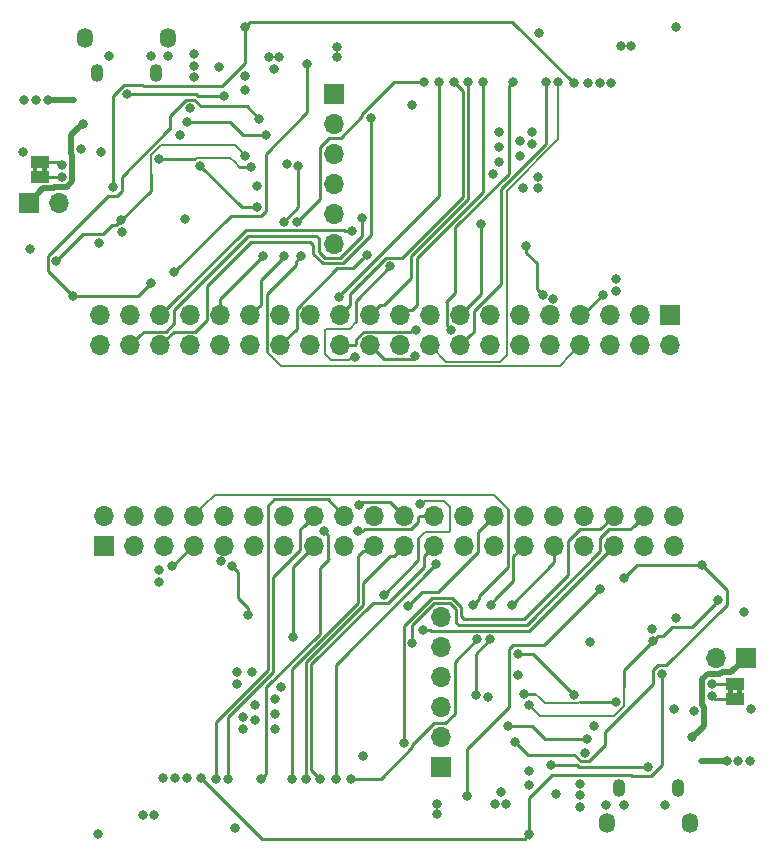
<source format=gbr>
G04 #@! TF.GenerationSoftware,KiCad,Pcbnew,5.0.1*
G04 #@! TF.CreationDate,2019-08-26T08:25:50-04:00*
G04 #@! TF.ProjectId,ESP32-Zip-Panelized,45535033322D5A69702D50616E656C69,rev?*
G04 #@! TF.SameCoordinates,Original*
G04 #@! TF.FileFunction,Copper,L4,Bot,Signal*
G04 #@! TF.FilePolarity,Positive*
%FSLAX46Y46*%
G04 Gerber Fmt 4.6, Leading zero omitted, Abs format (unit mm)*
G04 Created by KiCad (PCBNEW 5.0.1) date Mon 26 Aug 2019 08:25:50 AM EDT*
%MOMM*%
%LPD*%
G01*
G04 APERTURE LIST*
G04 #@! TA.AperFunction,ComponentPad*
%ADD10R,1.700000X1.700000*%
G04 #@! TD*
G04 #@! TA.AperFunction,ComponentPad*
%ADD11O,1.700000X1.700000*%
G04 #@! TD*
G04 #@! TA.AperFunction,ComponentPad*
%ADD12O,1.350000X1.700000*%
G04 #@! TD*
G04 #@! TA.AperFunction,ComponentPad*
%ADD13O,1.100000X1.500000*%
G04 #@! TD*
G04 #@! TA.AperFunction,SMDPad,CuDef*
%ADD14C,1.000000*%
G04 #@! TD*
G04 #@! TA.AperFunction,Conductor*
%ADD15C,0.100000*%
G04 #@! TD*
G04 #@! TA.AperFunction,SMDPad,CuDef*
%ADD16R,1.500000X1.000000*%
G04 #@! TD*
G04 #@! TA.AperFunction,ViaPad*
%ADD17C,0.800000*%
G04 #@! TD*
G04 #@! TA.AperFunction,Conductor*
%ADD18C,0.500000*%
G04 #@! TD*
G04 #@! TA.AperFunction,Conductor*
%ADD19C,0.250000*%
G04 #@! TD*
G04 #@! TA.AperFunction,Conductor*
%ADD20C,0.200000*%
G04 #@! TD*
G04 #@! TA.AperFunction,Conductor*
%ADD21C,0.150000*%
G04 #@! TD*
G04 APERTURE END LIST*
D10*
G04 #@! TO.P,J2,1*
G04 #@! TO.N,VDD*
X48500000Y-54850000D03*
D11*
G04 #@! TO.P,J2,2*
X48500000Y-52310000D03*
G04 #@! TO.P,J2,3*
G04 #@! TO.N,IO21*
X51040000Y-54850000D03*
G04 #@! TO.P,J2,4*
G04 #@! TO.N,VDD*
X51040000Y-52310000D03*
G04 #@! TO.P,J2,5*
G04 #@! TO.N,IO22*
X53580000Y-54850000D03*
G04 #@! TO.P,J2,6*
G04 #@! TO.N,GND*
X53580000Y-52310000D03*
G04 #@! TO.P,J2,7*
G04 #@! TO.N,IO23*
X56120000Y-54850000D03*
G04 #@! TO.P,J2,8*
G04 #@! TO.N,TxD*
X56120000Y-52310000D03*
G04 #@! TO.P,J2,9*
G04 #@! TO.N,GND*
X58660000Y-54850000D03*
G04 #@! TO.P,J2,10*
G04 #@! TO.N,RxD*
X58660000Y-52310000D03*
G04 #@! TO.P,J2,11*
G04 #@! TO.N,IO34*
X61200000Y-54850000D03*
G04 #@! TO.P,J2,12*
G04 #@! TO.N,EN*
X61200000Y-52310000D03*
G04 #@! TO.P,J2,13*
G04 #@! TO.N,IO35*
X63740000Y-54850000D03*
G04 #@! TO.P,J2,14*
G04 #@! TO.N,GND*
X63740000Y-52310000D03*
G04 #@! TO.P,J2,15*
G04 #@! TO.N,IO32*
X66280000Y-54850000D03*
G04 #@! TO.P,J2,16*
G04 #@! TO.N,SENSOR_VN*
X66280000Y-52310000D03*
G04 #@! TO.P,J2,17*
G04 #@! TO.N,VDD*
X68820000Y-54850000D03*
G04 #@! TO.P,J2,18*
G04 #@! TO.N,SENSOR_VP*
X68820000Y-52310000D03*
G04 #@! TO.P,J2,19*
G04 #@! TO.N,IO33*
X71360000Y-54850000D03*
G04 #@! TO.P,J2,20*
G04 #@! TO.N,GND*
X71360000Y-52310000D03*
G04 #@! TO.P,J2,21*
G04 #@! TO.N,IO25*
X73900000Y-54850000D03*
G04 #@! TO.P,J2,22*
G04 #@! TO.N,IO19*
X73900000Y-52310000D03*
G04 #@! TO.P,J2,23*
G04 #@! TO.N,IO26*
X76440000Y-54850000D03*
G04 #@! TO.P,J2,24*
G04 #@! TO.N,IO18*
X76440000Y-52310000D03*
G04 #@! TO.P,J2,25*
G04 #@! TO.N,GND*
X78980000Y-54850000D03*
G04 #@! TO.P,J2,26*
G04 #@! TO.N,IO5*
X78980000Y-52310000D03*
G04 #@! TO.P,J2,27*
G04 #@! TO.N,IO27*
X81520000Y-54850000D03*
G04 #@! TO.P,J2,28*
G04 #@! TO.N,IO17*
X81520000Y-52310000D03*
G04 #@! TO.P,J2,29*
G04 #@! TO.N,IO14*
X84060000Y-54850000D03*
G04 #@! TO.P,J2,30*
G04 #@! TO.N,GND*
X84060000Y-52310000D03*
G04 #@! TO.P,J2,31*
G04 #@! TO.N,IO12*
X86600000Y-54850000D03*
G04 #@! TO.P,J2,32*
G04 #@! TO.N,IO16*
X86600000Y-52310000D03*
G04 #@! TO.P,J2,33*
G04 #@! TO.N,IO4*
X89140000Y-54850000D03*
G04 #@! TO.P,J2,34*
G04 #@! TO.N,GND*
X89140000Y-52310000D03*
G04 #@! TO.P,J2,35*
G04 #@! TO.N,IO2*
X91680000Y-54850000D03*
G04 #@! TO.P,J2,36*
G04 #@! TO.N,IO13*
X91680000Y-52310000D03*
G04 #@! TO.P,J2,37*
G04 #@! TO.N,IO0*
X94220000Y-54850000D03*
G04 #@! TO.P,J2,38*
G04 #@! TO.N,IO15*
X94220000Y-52310000D03*
G04 #@! TO.P,J2,39*
G04 #@! TO.N,GND*
X96760000Y-54850000D03*
G04 #@! TO.P,J2,40*
G04 #@! TO.N,VDD*
X96760000Y-52310000D03*
G04 #@! TD*
D10*
G04 #@! TO.P,J4,1*
G04 #@! TO.N,VBus*
X102800000Y-64400000D03*
D11*
G04 #@! TO.P,J4,2*
G04 #@! TO.N,GND*
X100260000Y-64400000D03*
G04 #@! TD*
D10*
G04 #@! TO.P,J3,1*
G04 #@! TO.N,SD2*
X77000000Y-73600000D03*
D11*
G04 #@! TO.P,J3,2*
G04 #@! TO.N,SD3*
X77000000Y-71060000D03*
G04 #@! TO.P,J3,3*
G04 #@! TO.N,CMD*
X77000000Y-68520000D03*
G04 #@! TO.P,J3,4*
G04 #@! TO.N,SDCLK*
X77000000Y-65980000D03*
G04 #@! TO.P,J3,5*
G04 #@! TO.N,SD0*
X77000000Y-63440000D03*
G04 #@! TO.P,J3,6*
G04 #@! TO.N,SD1*
X77000000Y-60900000D03*
G04 #@! TD*
D12*
G04 #@! TO.P,J1,6*
G04 #@! TO.N,GND*
X98065000Y-78350000D03*
X91065000Y-78350000D03*
D13*
X97065000Y-75350000D03*
X92065000Y-75350000D03*
G04 #@! TD*
D14*
G04 #@! TO.P,JP3,1*
G04 #@! TO.N,Net-(JP3-Pad1)*
X101900000Y-67850000D03*
D15*
G04 #@! TD*
G04 #@! TO.N,Net-(JP3-Pad1)*
G04 #@! TO.C,JP3*
G36*
X101300000Y-67350000D02*
X101300000Y-66950000D01*
X101700000Y-66950000D01*
X101700000Y-67350000D01*
X102100000Y-67350000D01*
X102100000Y-66950000D01*
X102500000Y-66950000D01*
X102500000Y-67350000D01*
X102650000Y-67350000D01*
X102650000Y-68350000D01*
X101150000Y-68350000D01*
X101150000Y-67350000D01*
X101300000Y-67350000D01*
X101300000Y-67350000D01*
G37*
D16*
G04 #@! TO.P,JP3,2*
G04 #@! TO.N,Net-(D2-Pad2)*
X101900000Y-66550000D03*
G04 #@! TD*
D10*
G04 #@! TO.P,J4,1*
G04 #@! TO.N,VBus*
X42138544Y-25820410D03*
D11*
G04 #@! TO.P,J4,2*
G04 #@! TO.N,GND*
X44678544Y-25820410D03*
G04 #@! TD*
D10*
G04 #@! TO.P,J3,1*
G04 #@! TO.N,SD2*
X67938544Y-16620410D03*
D11*
G04 #@! TO.P,J3,2*
G04 #@! TO.N,SD3*
X67938544Y-19160410D03*
G04 #@! TO.P,J3,3*
G04 #@! TO.N,CMD*
X67938544Y-21700410D03*
G04 #@! TO.P,J3,4*
G04 #@! TO.N,SDCLK*
X67938544Y-24240410D03*
G04 #@! TO.P,J3,5*
G04 #@! TO.N,SD0*
X67938544Y-26780410D03*
G04 #@! TO.P,J3,6*
G04 #@! TO.N,SD1*
X67938544Y-29320410D03*
G04 #@! TD*
D12*
G04 #@! TO.P,J1,6*
G04 #@! TO.N,GND*
X46873544Y-11870410D03*
X53873544Y-11870410D03*
D13*
X47873544Y-14870410D03*
X52873544Y-14870410D03*
G04 #@! TD*
D10*
G04 #@! TO.P,J2,1*
G04 #@! TO.N,VDD*
X96438544Y-35370410D03*
D11*
G04 #@! TO.P,J2,2*
X96438544Y-37910410D03*
G04 #@! TO.P,J2,3*
G04 #@! TO.N,IO21*
X93898544Y-35370410D03*
G04 #@! TO.P,J2,4*
G04 #@! TO.N,VDD*
X93898544Y-37910410D03*
G04 #@! TO.P,J2,5*
G04 #@! TO.N,IO22*
X91358544Y-35370410D03*
G04 #@! TO.P,J2,6*
G04 #@! TO.N,GND*
X91358544Y-37910410D03*
G04 #@! TO.P,J2,7*
G04 #@! TO.N,IO23*
X88818544Y-35370410D03*
G04 #@! TO.P,J2,8*
G04 #@! TO.N,TxD*
X88818544Y-37910410D03*
G04 #@! TO.P,J2,9*
G04 #@! TO.N,GND*
X86278544Y-35370410D03*
G04 #@! TO.P,J2,10*
G04 #@! TO.N,RxD*
X86278544Y-37910410D03*
G04 #@! TO.P,J2,11*
G04 #@! TO.N,IO34*
X83738544Y-35370410D03*
G04 #@! TO.P,J2,12*
G04 #@! TO.N,EN*
X83738544Y-37910410D03*
G04 #@! TO.P,J2,13*
G04 #@! TO.N,IO35*
X81198544Y-35370410D03*
G04 #@! TO.P,J2,14*
G04 #@! TO.N,GND*
X81198544Y-37910410D03*
G04 #@! TO.P,J2,15*
G04 #@! TO.N,IO32*
X78658544Y-35370410D03*
G04 #@! TO.P,J2,16*
G04 #@! TO.N,SENSOR_VN*
X78658544Y-37910410D03*
G04 #@! TO.P,J2,17*
G04 #@! TO.N,VDD*
X76118544Y-35370410D03*
G04 #@! TO.P,J2,18*
G04 #@! TO.N,SENSOR_VP*
X76118544Y-37910410D03*
G04 #@! TO.P,J2,19*
G04 #@! TO.N,IO33*
X73578544Y-35370410D03*
G04 #@! TO.P,J2,20*
G04 #@! TO.N,GND*
X73578544Y-37910410D03*
G04 #@! TO.P,J2,21*
G04 #@! TO.N,IO25*
X71038544Y-35370410D03*
G04 #@! TO.P,J2,22*
G04 #@! TO.N,IO19*
X71038544Y-37910410D03*
G04 #@! TO.P,J2,23*
G04 #@! TO.N,IO26*
X68498544Y-35370410D03*
G04 #@! TO.P,J2,24*
G04 #@! TO.N,IO18*
X68498544Y-37910410D03*
G04 #@! TO.P,J2,25*
G04 #@! TO.N,GND*
X65958544Y-35370410D03*
G04 #@! TO.P,J2,26*
G04 #@! TO.N,IO5*
X65958544Y-37910410D03*
G04 #@! TO.P,J2,27*
G04 #@! TO.N,IO27*
X63418544Y-35370410D03*
G04 #@! TO.P,J2,28*
G04 #@! TO.N,IO17*
X63418544Y-37910410D03*
G04 #@! TO.P,J2,29*
G04 #@! TO.N,IO14*
X60878544Y-35370410D03*
G04 #@! TO.P,J2,30*
G04 #@! TO.N,GND*
X60878544Y-37910410D03*
G04 #@! TO.P,J2,31*
G04 #@! TO.N,IO12*
X58338544Y-35370410D03*
G04 #@! TO.P,J2,32*
G04 #@! TO.N,IO16*
X58338544Y-37910410D03*
G04 #@! TO.P,J2,33*
G04 #@! TO.N,IO4*
X55798544Y-35370410D03*
G04 #@! TO.P,J2,34*
G04 #@! TO.N,GND*
X55798544Y-37910410D03*
G04 #@! TO.P,J2,35*
G04 #@! TO.N,IO2*
X53258544Y-35370410D03*
G04 #@! TO.P,J2,36*
G04 #@! TO.N,IO13*
X53258544Y-37910410D03*
G04 #@! TO.P,J2,37*
G04 #@! TO.N,IO0*
X50718544Y-35370410D03*
G04 #@! TO.P,J2,38*
G04 #@! TO.N,IO15*
X50718544Y-37910410D03*
G04 #@! TO.P,J2,39*
G04 #@! TO.N,GND*
X48178544Y-35370410D03*
G04 #@! TO.P,J2,40*
G04 #@! TO.N,VDD*
X48178544Y-37910410D03*
G04 #@! TD*
D14*
G04 #@! TO.P,JP3,1*
G04 #@! TO.N,Net-(JP3-Pad1)*
X43038544Y-22370410D03*
D15*
G04 #@! TD*
G04 #@! TO.N,Net-(JP3-Pad1)*
G04 #@! TO.C,JP3*
G36*
X43638544Y-22870410D02*
X43638544Y-23270410D01*
X43238544Y-23270410D01*
X43238544Y-22870410D01*
X42838544Y-22870410D01*
X42838544Y-23270410D01*
X42438544Y-23270410D01*
X42438544Y-22870410D01*
X42288544Y-22870410D01*
X42288544Y-21870410D01*
X43788544Y-21870410D01*
X43788544Y-22870410D01*
X43638544Y-22870410D01*
X43638544Y-22870410D01*
G37*
D16*
G04 #@! TO.P,JP3,2*
G04 #@! TO.N,Net-(D2-Pad2)*
X43038544Y-23670410D03*
G04 #@! TD*
D17*
G04 #@! TO.N,VDD*
X82100000Y-75700000D03*
X86750000Y-75850000D03*
X89200000Y-72400000D03*
X89600000Y-63000000D03*
X94900000Y-61900000D03*
X101200000Y-73100000D03*
X96750000Y-68700000D03*
X102200000Y-73100000D03*
X103200000Y-73100000D03*
X48000000Y-79300000D03*
X54500000Y-74500000D03*
X103300000Y-68700000D03*
X96900000Y-60975000D03*
X83500000Y-65800000D03*
X55500000Y-74500000D03*
X53500000Y-74500000D03*
X62838544Y-14520410D03*
X58188544Y-14370410D03*
X55738544Y-17820410D03*
X55338544Y-27220410D03*
X50038544Y-28320410D03*
X43738544Y-17120410D03*
X48188544Y-21520410D03*
X42738544Y-17120410D03*
X41738544Y-17120410D03*
X96938544Y-10920410D03*
X90438544Y-15720410D03*
X41638544Y-21520410D03*
X48038544Y-29245410D03*
X61438544Y-24420410D03*
X89438544Y-15720410D03*
X91438544Y-15720410D03*
G04 #@! TO.N,Net-(R1-Pad2)*
X82700000Y-70100000D03*
X89400000Y-71200000D03*
X62238544Y-20120410D03*
X55538544Y-19020410D03*
G04 #@! TO.N,VBus*
X88800000Y-75000000D03*
X88800000Y-76000000D03*
X88800000Y-77000000D03*
X98250000Y-71100000D03*
X92500000Y-76850000D03*
X56138544Y-15220410D03*
X56138544Y-14220410D03*
X56138544Y-13220410D03*
X46688544Y-19120410D03*
X52438544Y-13370410D03*
G04 #@! TO.N,GND*
X63500000Y-66850000D03*
X61000000Y-65600000D03*
X59750000Y-65600000D03*
X59750000Y-66600000D03*
X63000000Y-67850000D03*
X63000000Y-69100000D03*
X63000000Y-70350000D03*
X61250000Y-69600000D03*
X61250000Y-68350000D03*
X60250000Y-69350000D03*
X60250000Y-70350000D03*
X58400000Y-56200000D03*
X102700000Y-60500000D03*
X84500000Y-73900000D03*
X84500000Y-75100000D03*
X70400000Y-72700000D03*
X81000000Y-67700000D03*
X53100000Y-56900000D03*
X53100000Y-57900000D03*
X76700000Y-77600000D03*
X76700000Y-76700000D03*
X81600000Y-76700000D03*
X82500000Y-76700000D03*
X59600000Y-78800000D03*
X51800000Y-77700000D03*
X52700000Y-77700000D03*
X90000000Y-70100000D03*
X96000000Y-76850000D03*
X91000000Y-76850000D03*
X98400000Y-68900000D03*
X81438544Y-23370410D03*
X83938544Y-24620410D03*
X85188544Y-24620410D03*
X85188544Y-23620410D03*
X81938544Y-22370410D03*
X81938544Y-21120410D03*
X81938544Y-19870410D03*
X83688544Y-20620410D03*
X83688544Y-21870410D03*
X84688544Y-20870410D03*
X84688544Y-19870410D03*
X86538544Y-34020410D03*
X42238544Y-29720410D03*
X60438544Y-16320410D03*
X60438544Y-15120410D03*
X74538544Y-17520410D03*
X63938544Y-22520410D03*
X91838544Y-33320410D03*
X91838544Y-32320410D03*
X68238544Y-12620410D03*
X68238544Y-13520410D03*
X63338544Y-13520410D03*
X62438544Y-13520410D03*
X85338544Y-11420410D03*
X93138544Y-12520410D03*
X92238544Y-12520410D03*
X54938544Y-20120410D03*
X48938544Y-13370410D03*
X53938544Y-13370410D03*
X46538544Y-21320410D03*
G04 #@! TO.N,DTR*
X83300000Y-71500000D03*
X99100000Y-56500000D03*
X92500000Y-57600000D03*
X61638544Y-18720410D03*
X45838544Y-33720410D03*
X52438544Y-32620410D03*
G04 #@! TO.N,RTS*
X100500000Y-59500000D03*
X84500000Y-68350000D03*
X95000000Y-62900000D03*
X44438544Y-30720410D03*
X60438544Y-21870410D03*
X49938544Y-27320410D03*
G04 #@! TO.N,EN*
X56700000Y-74500000D03*
X75200000Y-51350000D03*
X84500000Y-79300000D03*
X95700000Y-65700000D03*
X72200020Y-59000020D03*
X88238544Y-15720410D03*
X69738544Y-38870410D03*
X60438544Y-10920410D03*
X49238544Y-24520410D03*
X72738524Y-31220390D03*
G04 #@! TO.N,IO0*
X90500000Y-58500000D03*
X79250000Y-76100000D03*
X54438544Y-31720410D03*
X65688544Y-14120410D03*
G04 #@! TO.N,USB_DP*
X86300000Y-73400000D03*
X94500000Y-73600000D03*
X58638544Y-16820410D03*
X50438544Y-16620410D03*
G04 #@! TO.N,RXT*
X83500000Y-64000000D03*
X88300000Y-67500000D03*
X61438544Y-26220410D03*
X56638544Y-22720410D03*
G04 #@! TO.N,RxD*
X60700000Y-60700000D03*
X59330000Y-56600000D03*
X84238544Y-29520410D03*
X85608544Y-33620410D03*
G04 #@! TO.N,TxD*
X79750000Y-59850000D03*
X65188544Y-30370410D03*
G04 #@! TO.N,IO23*
X54250000Y-56600000D03*
X90688544Y-33620410D03*
G04 #@! TO.N,IO35*
X61800000Y-74600000D03*
X67100000Y-53600000D03*
X83138544Y-15620410D03*
X77838544Y-36620410D03*
G04 #@! TO.N,IO32*
X64500000Y-62600000D03*
X80438544Y-27620410D03*
G04 #@! TO.N,SENSOR_VN*
X59000000Y-74600000D03*
X85938544Y-15620410D03*
G04 #@! TO.N,SENSOR_VP*
X58000000Y-74600000D03*
X86938544Y-15620410D03*
G04 #@! TO.N,IO33*
X64400000Y-74600000D03*
X80538544Y-15620410D03*
G04 #@! TO.N,IO25*
X65600000Y-74600000D03*
X79338544Y-15620410D03*
G04 #@! TO.N,IO19*
X70100000Y-51400000D03*
X74838544Y-38800000D03*
G04 #@! TO.N,IO26*
X66800000Y-74600000D03*
X78138544Y-15620410D03*
G04 #@! TO.N,IO18*
X70000000Y-53600000D03*
X74938544Y-36620410D03*
G04 #@! TO.N,IO27*
X68100000Y-74600000D03*
X76600000Y-56400000D03*
X76838544Y-15620410D03*
X68338544Y-33820410D03*
G04 #@! TO.N,IO17*
X74200000Y-60000000D03*
X70738544Y-30220410D03*
G04 #@! TO.N,IO14*
X80100000Y-62800000D03*
X81250000Y-59850000D03*
X69400000Y-74600000D03*
X64838544Y-27420410D03*
X63688544Y-30370410D03*
X75538544Y-15620410D03*
G04 #@! TO.N,IO12*
X81200000Y-62800000D03*
X83000000Y-59850000D03*
X80000000Y-67500000D03*
X63738544Y-27420410D03*
X61938544Y-30370410D03*
X64938544Y-22720410D03*
G04 #@! TO.N,IO2*
X75500000Y-62000000D03*
X69438544Y-28220410D03*
G04 #@! TO.N,IO13*
X73874999Y-71574999D03*
X71063545Y-18645411D03*
G04 #@! TO.N,IO15*
X74600000Y-63100000D03*
X70338544Y-27120410D03*
G04 #@! TO.N,Net-(JP3-Pad1)*
X100000000Y-67600000D03*
X44938544Y-22620410D03*
G04 #@! TO.N,Net-(R3-Pad1)*
X91800000Y-68100000D03*
X84000000Y-67400000D03*
X53138544Y-22120410D03*
X60938544Y-22820410D03*
G04 #@! TO.N,Net-(D2-Pad2)*
X100000000Y-66600000D03*
X44938544Y-23620410D03*
G04 #@! TD*
D18*
G04 #@! TO.N,VDD*
X98991998Y-73100000D02*
X100634315Y-73100000D01*
X100634315Y-73100000D02*
X101200000Y-73100000D01*
X45946546Y-17120410D02*
X44304229Y-17120410D01*
X44304229Y-17120410D02*
X43738544Y-17120410D01*
D19*
G04 #@! TO.N,Net-(R1-Pad2)*
X85800000Y-71200000D02*
X89400000Y-71200000D01*
X84700000Y-70100000D02*
X82700000Y-70100000D01*
X85800000Y-71200000D02*
X84700000Y-70100000D01*
X59138544Y-19020410D02*
X55538544Y-19020410D01*
X60238544Y-20120410D02*
X62238544Y-20120410D01*
X59138544Y-19020410D02*
X60238544Y-20120410D01*
D18*
G04 #@! TO.N,VBus*
X99250001Y-68491999D02*
X99250001Y-70099999D01*
X99250001Y-70099999D02*
X98649999Y-70700001D01*
X100639999Y-65749999D02*
X99591999Y-65749999D01*
X99149999Y-66191999D02*
X99149999Y-68391997D01*
X100789999Y-65599999D02*
X100639999Y-65749999D01*
X98649999Y-70700001D02*
X98250000Y-71100000D01*
X101600001Y-65599999D02*
X100789999Y-65599999D01*
X99149999Y-68391997D02*
X99250001Y-68491999D01*
X99591999Y-65749999D02*
X99149999Y-66191999D01*
X102800000Y-64400000D02*
X101600001Y-65599999D01*
X45688543Y-21728411D02*
X45688543Y-20120411D01*
X45688543Y-20120411D02*
X46288545Y-19520409D01*
X44298545Y-24470411D02*
X45346545Y-24470411D01*
X45788545Y-24028411D02*
X45788545Y-21828413D01*
X44148545Y-24620411D02*
X44298545Y-24470411D01*
X46288545Y-19520409D02*
X46688544Y-19120410D01*
X43338543Y-24620411D02*
X44148545Y-24620411D01*
X45788545Y-21828413D02*
X45688543Y-21728411D01*
X45346545Y-24470411D02*
X45788545Y-24028411D01*
X42138544Y-25820410D02*
X43338543Y-24620411D01*
D19*
G04 #@! TO.N,DTR*
X84350009Y-72550009D02*
X83300000Y-71500000D01*
X88277007Y-72550009D02*
X84350009Y-72550009D01*
X88851999Y-73125001D02*
X88277007Y-72550009D01*
X89548001Y-73125001D02*
X88851999Y-73125001D01*
X90901702Y-71771300D02*
X89548001Y-73125001D01*
X90901702Y-70599999D02*
X90901702Y-71771300D01*
X90937057Y-70599999D02*
X94974999Y-66562057D01*
X90901702Y-70599999D02*
X90937057Y-70599999D01*
X93600000Y-56500000D02*
X99100000Y-56500000D01*
X92500000Y-57600000D02*
X93600000Y-56500000D01*
X94974999Y-65351999D02*
X94974999Y-66562057D01*
X95351999Y-64974999D02*
X94974999Y-65351999D01*
X96098003Y-64974999D02*
X95351999Y-64974999D01*
X101225001Y-59848001D02*
X96098003Y-64974999D01*
X101225001Y-58625001D02*
X101225001Y-59848001D01*
X99100000Y-56500000D02*
X101225001Y-58625001D01*
X60588535Y-17670401D02*
X61638544Y-18720410D01*
X56661537Y-17670401D02*
X60588535Y-17670401D01*
X56086545Y-17095409D02*
X56661537Y-17670401D01*
X55390543Y-17095409D02*
X56086545Y-17095409D01*
X54036842Y-18449110D02*
X55390543Y-17095409D01*
X54036842Y-19620411D02*
X54036842Y-18449110D01*
X54001487Y-19620411D02*
X49963545Y-23658353D01*
X54036842Y-19620411D02*
X54001487Y-19620411D01*
X51338544Y-33720410D02*
X45838544Y-33720410D01*
X52438544Y-32620410D02*
X51338544Y-33720410D01*
X49963545Y-24868411D02*
X49963545Y-23658353D01*
X49586545Y-25245411D02*
X49963545Y-24868411D01*
X48840541Y-25245411D02*
X49586545Y-25245411D01*
X43713543Y-30372409D02*
X48840541Y-25245411D01*
X43713543Y-31595409D02*
X43713543Y-30372409D01*
X45838544Y-33720410D02*
X43713543Y-31595409D01*
D20*
G04 #@! TO.N,RTS*
X92500001Y-68436001D02*
X92500001Y-66800001D01*
X91636002Y-69300000D02*
X92500001Y-68436001D01*
X85400000Y-69300000D02*
X91636002Y-69300000D01*
X84600000Y-68500000D02*
X85400000Y-69300000D01*
D19*
X92500001Y-65399999D02*
X95000000Y-62900000D01*
X92500001Y-66800001D02*
X92500001Y-65399999D01*
X95399999Y-62500001D02*
X95000000Y-62900000D01*
X100100001Y-59899999D02*
X100500000Y-59500000D01*
X98274999Y-61725001D02*
X100100001Y-59899999D01*
X96574999Y-61725001D02*
X98274999Y-61725001D01*
X95799999Y-62500001D02*
X96574999Y-61725001D01*
X95399999Y-62500001D02*
X95799999Y-62500001D01*
D20*
X52438543Y-21784409D02*
X52438543Y-23420409D01*
X53302542Y-20920410D02*
X52438543Y-21784409D01*
X59538544Y-20920410D02*
X53302542Y-20920410D01*
X60338544Y-21720410D02*
X59538544Y-20920410D01*
D19*
X52438543Y-24820411D02*
X49938544Y-27320410D01*
X52438543Y-23420409D02*
X52438543Y-24820411D01*
X49538545Y-27720409D02*
X49938544Y-27320410D01*
X44838543Y-30320411D02*
X44438544Y-30720410D01*
X46663545Y-28495409D02*
X44838543Y-30320411D01*
X48363545Y-28495409D02*
X46663545Y-28495409D01*
X49138545Y-27720409D02*
X48363545Y-28495409D01*
X49538545Y-27720409D02*
X49138545Y-27720409D01*
G04 #@! TO.N,EN*
X84500000Y-79600000D02*
X84500000Y-79600000D01*
X84500000Y-79300000D02*
X84500000Y-79600000D01*
X84100001Y-79699999D02*
X84500000Y-79300000D01*
X61899999Y-79699999D02*
X84100001Y-79699999D01*
X56700000Y-74500000D02*
X61899999Y-79699999D01*
X75100000Y-56100040D02*
X75100000Y-55200000D01*
X72200020Y-59000020D02*
X75100000Y-56100040D01*
X75100000Y-55389002D02*
X75100000Y-55200000D01*
X75100000Y-55200000D02*
X75100000Y-54261000D01*
X84500000Y-79300000D02*
X84500000Y-76212500D01*
X95700000Y-66265685D02*
X95700000Y-65700000D01*
X84500000Y-76212500D02*
X86437510Y-74274990D01*
X86437510Y-74274990D02*
X93076988Y-74274990D01*
X93201998Y-74400000D02*
X94773002Y-74400000D01*
X95712500Y-66278185D02*
X95700000Y-66265685D01*
X95712500Y-73460502D02*
X95712500Y-66278185D01*
X93076988Y-74274990D02*
X93201998Y-74400000D01*
X94773002Y-74400000D02*
X95712500Y-73460502D01*
D20*
X75661001Y-53699999D02*
X77650001Y-53699999D01*
X75100000Y-54261000D02*
X75661001Y-53699999D01*
X77650001Y-53699999D02*
X77750000Y-53600000D01*
X77750000Y-53600000D02*
X77750000Y-51600000D01*
X77750000Y-51600000D02*
X77250000Y-51100000D01*
X75700000Y-51100000D02*
X75200000Y-51600000D01*
X77250000Y-51100000D02*
X75700000Y-51100000D01*
D19*
X60438544Y-10620410D02*
X60438544Y-10620410D01*
X60438544Y-10920410D02*
X60438544Y-10620410D01*
X60838543Y-10520411D02*
X60438544Y-10920410D01*
X83038545Y-10520411D02*
X60838543Y-10520411D01*
X88238544Y-15720410D02*
X83038545Y-10520411D01*
X69838544Y-34120370D02*
X69838544Y-35020410D01*
X72738524Y-31220390D02*
X69838544Y-34120370D01*
X69838544Y-34831408D02*
X69838544Y-35020410D01*
X69838544Y-35020410D02*
X69838544Y-35959410D01*
X60438544Y-10920410D02*
X60438544Y-14007910D01*
X49238544Y-23954725D02*
X49238544Y-24520410D01*
X60438544Y-14007910D02*
X58501034Y-15945420D01*
X58501034Y-15945420D02*
X51861556Y-15945420D01*
X51736546Y-15820410D02*
X50165542Y-15820410D01*
X49226044Y-23942225D02*
X49238544Y-23954725D01*
X49226044Y-16759908D02*
X49226044Y-23942225D01*
X51861556Y-15945420D02*
X51736546Y-15820410D01*
X50165542Y-15820410D02*
X49226044Y-16759908D01*
D20*
X69277543Y-36520411D02*
X67288543Y-36520411D01*
X69838544Y-35959410D02*
X69277543Y-36520411D01*
X67288543Y-36520411D02*
X67188544Y-36620410D01*
X67188544Y-36620410D02*
X67188544Y-38620410D01*
X67188544Y-38620410D02*
X67688544Y-39120410D01*
X69238544Y-39120410D02*
X69738544Y-38620410D01*
X67688544Y-39120410D02*
X69238544Y-39120410D01*
D19*
G04 #@! TO.N,IO0*
X82774999Y-63651999D02*
X82774999Y-68551999D01*
X83151999Y-63274999D02*
X82774999Y-63651999D01*
X90500000Y-58500000D02*
X85725001Y-63274999D01*
X85725001Y-63274999D02*
X83151999Y-63274999D01*
X79250000Y-72076998D02*
X82774999Y-68551999D01*
X79250000Y-76100000D02*
X79250000Y-72076998D01*
X62163545Y-26568411D02*
X62163545Y-21668411D01*
X61786545Y-26945411D02*
X62163545Y-26568411D01*
X54438544Y-31720410D02*
X59213543Y-26945411D01*
X59213543Y-26945411D02*
X61786545Y-26945411D01*
X65688544Y-18143412D02*
X62163545Y-21668411D01*
X65688544Y-14120410D02*
X65688544Y-18143412D01*
G04 #@! TO.N,USB_DP*
X88690588Y-73600000D02*
X93475000Y-73600000D01*
X86300000Y-73400000D02*
X88490588Y-73400000D01*
X93475000Y-73600000D02*
X94500000Y-73600000D01*
X88490588Y-73400000D02*
X88690588Y-73600000D01*
X56247956Y-16620410D02*
X51463544Y-16620410D01*
X58638544Y-16820410D02*
X56447956Y-16820410D01*
X51463544Y-16620410D02*
X50438544Y-16620410D01*
X56447956Y-16820410D02*
X56247956Y-16620410D01*
G04 #@! TO.N,RXT*
X84800000Y-64000000D02*
X88300000Y-67500000D01*
X83500000Y-64000000D02*
X84800000Y-64000000D01*
X60138544Y-26220410D02*
X56638544Y-22720410D01*
X61438544Y-26220410D02*
X60138544Y-26220410D01*
G04 #@! TO.N,RxD*
X60700000Y-60700000D02*
X60700000Y-60134315D01*
X60700000Y-60134315D02*
X59835001Y-59269316D01*
X59835001Y-57105001D02*
X59330000Y-56600000D01*
X59835001Y-59269316D02*
X59835001Y-57105001D01*
X84238544Y-29520410D02*
X84238544Y-30086095D01*
X84238544Y-30086095D02*
X85103543Y-30951094D01*
X85103543Y-33115409D02*
X85608544Y-33620410D01*
X85103543Y-30951094D02*
X85103543Y-33115409D01*
G04 #@! TO.N,TxD*
X82695001Y-56639314D02*
X82695001Y-51745999D01*
X80200000Y-59134315D02*
X82695001Y-56639314D01*
X80200000Y-59400000D02*
X79750000Y-59850000D01*
X80200000Y-59134315D02*
X80200000Y-59400000D01*
X62243543Y-33581096D02*
X62243543Y-38474411D01*
X64738544Y-31086095D02*
X62243543Y-33581096D01*
X64738544Y-30820410D02*
X65188544Y-30370410D01*
X64738544Y-31086095D02*
X64738544Y-30820410D01*
D21*
X87968545Y-38760409D02*
X88818544Y-37910410D01*
X87083554Y-39645400D02*
X87968545Y-38760409D01*
X62317543Y-38474411D02*
X63488532Y-39645400D01*
X63488532Y-39645400D02*
X87083554Y-39645400D01*
X62243543Y-38474411D02*
X62317543Y-38474411D01*
X57879990Y-50550010D02*
X56969999Y-51460001D01*
X56969999Y-51460001D02*
X56120000Y-52310000D01*
X81499012Y-50550010D02*
X57879990Y-50550010D01*
X82695001Y-51745999D02*
X81499012Y-50550010D01*
D19*
G04 #@! TO.N,IO23*
X56000000Y-54850000D02*
X56120000Y-54850000D01*
X54250000Y-56600000D02*
X56000000Y-54850000D01*
X88938544Y-35370410D02*
X88818544Y-35370410D01*
X90688544Y-33620410D02*
X88938544Y-35370410D01*
G04 #@! TO.N,IO35*
X62199999Y-74200001D02*
X61800000Y-74600000D01*
X62199999Y-66836411D02*
X62199999Y-74200001D01*
X66730010Y-62306400D02*
X62199999Y-66836411D01*
X66730010Y-56769990D02*
X66730010Y-62306400D01*
X67500000Y-56000000D02*
X66730010Y-56769990D01*
X67455001Y-55955001D02*
X67500000Y-56000000D01*
X67455001Y-53955001D02*
X67455001Y-55955001D01*
X67100000Y-53600000D02*
X67455001Y-53955001D01*
X82738545Y-16020409D02*
X83138544Y-15620410D01*
X82738545Y-23383999D02*
X82738545Y-16020409D01*
X78208534Y-27914010D02*
X82738545Y-23383999D01*
X78208534Y-33450420D02*
X78208534Y-27914010D01*
X77438544Y-34220410D02*
X78208534Y-33450420D01*
X77483543Y-34265409D02*
X77438544Y-34220410D01*
X77483543Y-36265409D02*
X77483543Y-34265409D01*
X77838544Y-36620410D02*
X77483543Y-36265409D01*
G04 #@! TO.N,IO32*
X64500000Y-56630000D02*
X66280000Y-54850000D01*
X64500000Y-62600000D02*
X64500000Y-56630000D01*
X80438544Y-33590410D02*
X78658544Y-35370410D01*
X80438544Y-27620410D02*
X80438544Y-33590410D01*
G04 #@! TO.N,SENSOR_VN*
X59000000Y-74600000D02*
X59000000Y-69400000D01*
X65104999Y-53485001D02*
X65430001Y-53159999D01*
X65104999Y-55224003D02*
X65104999Y-53485001D01*
X62825010Y-57503992D02*
X65104999Y-55224003D01*
X62825010Y-65574990D02*
X62825010Y-57503992D01*
X65430001Y-53159999D02*
X66280000Y-52310000D01*
X59000000Y-69400000D02*
X62825010Y-65574990D01*
X85938544Y-15620410D02*
X85938544Y-20820410D01*
X79833545Y-36735409D02*
X79508543Y-37060411D01*
X79833545Y-34996407D02*
X79833545Y-36735409D01*
X82113534Y-32716418D02*
X79833545Y-34996407D01*
X82113534Y-24645420D02*
X82113534Y-32716418D01*
X79508543Y-37060411D02*
X78658544Y-37910410D01*
X85938544Y-20820410D02*
X82113534Y-24645420D01*
G04 #@! TO.N,SENSOR_VP*
X67460020Y-50950020D02*
X68820000Y-52310000D01*
X62899980Y-50950020D02*
X67460020Y-50950020D01*
X62375001Y-51474999D02*
X62899980Y-50950020D01*
X62375001Y-65388589D02*
X62375001Y-51474999D01*
X58000000Y-74600000D02*
X58000000Y-69763590D01*
X58000000Y-69763590D02*
X62375001Y-65388589D01*
D20*
X86938544Y-20456820D02*
X82563543Y-24831821D01*
X86938544Y-15620410D02*
X86938544Y-20456820D01*
X82563543Y-24831821D02*
X82563543Y-38745411D01*
X82563543Y-38745411D02*
X82038564Y-39270390D01*
X82038564Y-39270390D02*
X77478524Y-39270390D01*
X77478524Y-39270390D02*
X76118544Y-37910410D01*
D19*
G04 #@! TO.N,IO33*
X64400000Y-74600000D02*
X64400000Y-65272820D01*
X69995001Y-59677819D02*
X69995001Y-55704999D01*
X64400000Y-65272820D02*
X69995001Y-59677819D01*
X69995001Y-55704999D02*
X70400000Y-55300000D01*
X70910000Y-55300000D02*
X71360000Y-54850000D01*
X70400000Y-55300000D02*
X70910000Y-55300000D01*
X80538544Y-15620410D02*
X80538544Y-24947590D01*
X74943543Y-30542591D02*
X74943543Y-34515411D01*
X80538544Y-24947590D02*
X74943543Y-30542591D01*
X74943543Y-34515411D02*
X74538544Y-34920410D01*
X74028544Y-34920410D02*
X73578544Y-35370410D01*
X74538544Y-34920410D02*
X74028544Y-34920410D01*
G04 #@! TO.N,IO25*
X65600000Y-64709230D02*
X65600000Y-74600000D01*
X70445010Y-59864220D02*
X65600000Y-64709230D01*
X70445011Y-57981987D02*
X70445010Y-59864220D01*
X73900000Y-54850000D02*
X73050001Y-55699999D01*
X72726999Y-55699999D02*
X70445011Y-57981987D01*
X73050001Y-55699999D02*
X72726999Y-55699999D01*
X79338544Y-25511180D02*
X79338544Y-15620410D01*
X74493534Y-30356190D02*
X79338544Y-25511180D01*
X74493533Y-32238423D02*
X74493534Y-30356190D01*
X71038544Y-35370410D02*
X71888543Y-34520411D01*
X72211545Y-34520411D02*
X74493533Y-32238423D01*
X71888543Y-34520411D02*
X72211545Y-34520411D01*
G04 #@! TO.N,IO19*
X73900000Y-52310000D02*
X72724999Y-51134999D01*
X72724999Y-51134999D02*
X70730686Y-51134999D01*
X70730686Y-51134999D02*
X70665685Y-51200000D01*
X70665685Y-51200000D02*
X70100000Y-51200000D01*
X71038544Y-37910410D02*
X72213545Y-39085411D01*
X72213545Y-39085411D02*
X74207858Y-39085411D01*
X74207858Y-39085411D02*
X74272859Y-39020410D01*
X74272859Y-39020410D02*
X74838544Y-39020410D01*
G04 #@! TO.N,IO26*
X66050010Y-73850010D02*
X66050010Y-64895630D01*
X66800000Y-74600000D02*
X66050010Y-73850010D01*
X75590001Y-55699999D02*
X76440000Y-54850000D01*
X75590001Y-56683041D02*
X75590001Y-55699999D01*
X72548021Y-59725021D02*
X75590001Y-56683041D01*
X71220619Y-59725021D02*
X72548021Y-59725021D01*
X66050010Y-64895630D02*
X71220619Y-59725021D01*
X78888534Y-16370400D02*
X78888534Y-25324780D01*
X78138544Y-15620410D02*
X78888534Y-16370400D01*
X69348543Y-34520411D02*
X68498544Y-35370410D01*
X69348543Y-33537369D02*
X69348543Y-34520411D01*
X72390523Y-30495389D02*
X69348543Y-33537369D01*
X73717925Y-30495389D02*
X72390523Y-30495389D01*
X78888534Y-25324780D02*
X73717925Y-30495389D01*
G04 #@! TO.N,IO18*
X75237919Y-52310000D02*
X76440000Y-52310000D01*
X75100000Y-52447919D02*
X75237919Y-52310000D01*
X75100000Y-52849002D02*
X75100000Y-52447919D01*
X74464001Y-53485001D02*
X75100000Y-52849002D01*
X70485001Y-53485001D02*
X74464001Y-53485001D01*
X70370002Y-53600000D02*
X70485001Y-53485001D01*
X70000000Y-53600000D02*
X70370002Y-53600000D01*
X69700625Y-37910410D02*
X68498544Y-37910410D01*
X69838544Y-37772491D02*
X69700625Y-37910410D01*
X69838544Y-37371408D02*
X69838544Y-37772491D01*
X70474543Y-36735409D02*
X69838544Y-37371408D01*
X74453543Y-36735409D02*
X70474543Y-36735409D01*
X74568542Y-36620410D02*
X74453543Y-36735409D01*
X74938544Y-36620410D02*
X74568542Y-36620410D01*
G04 #@! TO.N,IO27*
X68100000Y-64929002D02*
X76629002Y-56400000D01*
X68100000Y-74600000D02*
X68100000Y-64929002D01*
X76838544Y-25291408D02*
X68309542Y-33820410D01*
X76838544Y-15620410D02*
X76838544Y-25291408D01*
G04 #@! TO.N,IO17*
X74599999Y-59600001D02*
X74200000Y-60000000D01*
X75375019Y-58824981D02*
X74599999Y-59600001D01*
X76744021Y-58824981D02*
X75375019Y-58824981D01*
X80155001Y-55414001D02*
X76744021Y-58824981D01*
X80155001Y-53674999D02*
X80155001Y-55414001D01*
X81520000Y-52310000D02*
X80155001Y-53674999D01*
X70338545Y-30620409D02*
X70738544Y-30220410D01*
X69563525Y-31395429D02*
X70338545Y-30620409D01*
X68194523Y-31395429D02*
X69563525Y-31395429D01*
X64783543Y-34806409D02*
X68194523Y-31395429D01*
X64783543Y-36545411D02*
X64783543Y-34806409D01*
X63418544Y-37910410D02*
X64783543Y-36545411D01*
G04 #@! TO.N,IO14*
X83145011Y-55764989D02*
X83145011Y-57854989D01*
X81699999Y-59300001D02*
X81300000Y-59700000D01*
X83145011Y-57854989D02*
X81699999Y-59300001D01*
X84060000Y-54850000D02*
X83145011Y-55764989D01*
X74600000Y-71700000D02*
X74600000Y-71923000D01*
X76415001Y-69884999D02*
X74600000Y-71700000D01*
X69965685Y-74600000D02*
X69400000Y-74600000D01*
X77374003Y-69884999D02*
X76415001Y-69884999D01*
X78175001Y-69084001D02*
X77374003Y-69884999D01*
X74600000Y-71923000D02*
X71923000Y-74600000D01*
X78175001Y-64724999D02*
X78175001Y-69084001D01*
X71923000Y-74600000D02*
X69965685Y-74600000D01*
X80100000Y-62800000D02*
X78175001Y-64724999D01*
X61793533Y-34455421D02*
X61793533Y-32365421D01*
X63238545Y-30920409D02*
X63638544Y-30520410D01*
X61793533Y-32365421D02*
X63238545Y-30920409D01*
X60878544Y-35370410D02*
X61793533Y-34455421D01*
X70338544Y-18520410D02*
X70338544Y-18297410D01*
X68523543Y-20335411D02*
X70338544Y-18520410D01*
X74972859Y-15620410D02*
X75538544Y-15620410D01*
X67564541Y-20335411D02*
X68523543Y-20335411D01*
X66763543Y-21136409D02*
X67564541Y-20335411D01*
X70338544Y-18297410D02*
X73015544Y-15620410D01*
X66763543Y-25495411D02*
X66763543Y-21136409D01*
X73015544Y-15620410D02*
X74972859Y-15620410D01*
X64838544Y-27420410D02*
X66763543Y-25495411D01*
G04 #@! TO.N,IO12*
X86600000Y-55500000D02*
X86600000Y-54850000D01*
X80000000Y-64000000D02*
X80000000Y-67500000D01*
X81200000Y-62800000D02*
X80000000Y-64000000D01*
X86600000Y-56250000D02*
X86600000Y-54850000D01*
X83000000Y-59850000D02*
X86600000Y-56250000D01*
X58338544Y-34720410D02*
X58338544Y-35370410D01*
X64938544Y-26220410D02*
X64938544Y-22720410D01*
X63738544Y-27420410D02*
X64938544Y-26220410D01*
X58338544Y-33970410D02*
X58338544Y-35370410D01*
X61938544Y-30370410D02*
X58338544Y-33970410D01*
G04 #@! TO.N,IO2*
X90830001Y-55699999D02*
X91680000Y-54850000D01*
X84454999Y-62075001D02*
X90830001Y-55699999D01*
X76065685Y-62000000D02*
X76140686Y-62075001D01*
X76140686Y-62075001D02*
X84454999Y-62075001D01*
X75500000Y-62000000D02*
X76065685Y-62000000D01*
X54108543Y-34520411D02*
X53258544Y-35370410D01*
X60483545Y-28145409D02*
X54108543Y-34520411D01*
X68872859Y-28220410D02*
X68797858Y-28145409D01*
X68797858Y-28145409D02*
X60483545Y-28145409D01*
X69438544Y-28220410D02*
X68872859Y-28220410D01*
G04 #@! TO.N,IO13*
X73874999Y-71574999D02*
X73874999Y-71574999D01*
X87775001Y-54475997D02*
X88765997Y-53485001D01*
X90504999Y-53485001D02*
X91680000Y-52310000D01*
X87775001Y-57324999D02*
X87775001Y-54475997D01*
X88765997Y-53485001D02*
X90504999Y-53485001D01*
X84000000Y-61100000D02*
X87775001Y-57324999D01*
X79000000Y-61100000D02*
X84000000Y-61100000D01*
X73874999Y-61649589D02*
X76249598Y-59274990D01*
X73874999Y-71574999D02*
X73874999Y-61649589D01*
X76249598Y-59274990D02*
X77938397Y-59274989D01*
X77938397Y-59274989D02*
X78725000Y-60061592D01*
X78725000Y-60061592D02*
X78725000Y-60825000D01*
X78725000Y-60825000D02*
X79000000Y-61100000D01*
X71063545Y-18645411D02*
X71063545Y-18645411D01*
X57163543Y-35744413D02*
X56172547Y-36735409D01*
X54433545Y-36735409D02*
X53258544Y-37910410D01*
X57163543Y-32895411D02*
X57163543Y-35744413D01*
X56172547Y-36735409D02*
X54433545Y-36735409D01*
X60938544Y-29120410D02*
X57163543Y-32895411D01*
X65938544Y-29120410D02*
X60938544Y-29120410D01*
X71063545Y-28570821D02*
X68688946Y-30945420D01*
X71063545Y-18645411D02*
X71063545Y-28570821D01*
X68688946Y-30945420D02*
X67000147Y-30945421D01*
X67000147Y-30945421D02*
X66213544Y-30158818D01*
X66213544Y-30158818D02*
X66213544Y-29395410D01*
X66213544Y-29395410D02*
X65938544Y-29120410D01*
G04 #@! TO.N,IO15*
X91214999Y-53485001D02*
X93044999Y-53485001D01*
X90504999Y-54195001D02*
X91214999Y-53485001D01*
X90504999Y-55345001D02*
X90504999Y-54195001D01*
X93370001Y-53159999D02*
X94220000Y-52310000D01*
X84293590Y-61556410D02*
X90504999Y-55345001D01*
X84293590Y-61600000D02*
X84293590Y-61556410D01*
X74600000Y-61560998D02*
X76435999Y-59724999D01*
X76435999Y-59724999D02*
X77751997Y-59724999D01*
X93044999Y-53485001D02*
X93370001Y-53159999D01*
X78500000Y-61600000D02*
X84293590Y-61600000D01*
X74600000Y-63100000D02*
X74600000Y-61560998D01*
X77751997Y-59724999D02*
X78274991Y-60247993D01*
X78274991Y-60247993D02*
X78274991Y-61374991D01*
X78274991Y-61374991D02*
X78500000Y-61600000D01*
X53723545Y-36735409D02*
X51893545Y-36735409D01*
X54433545Y-36025409D02*
X53723545Y-36735409D01*
X54433545Y-34875409D02*
X54433545Y-36025409D01*
X51568543Y-37060411D02*
X50718544Y-37910410D01*
X60644954Y-28664000D02*
X54433545Y-34875409D01*
X60644954Y-28620410D02*
X60644954Y-28664000D01*
X70338544Y-28659412D02*
X68502545Y-30495411D01*
X68502545Y-30495411D02*
X67186547Y-30495411D01*
X51893545Y-36735409D02*
X51568543Y-37060411D01*
X66438544Y-28620410D02*
X60644954Y-28620410D01*
X70338544Y-27120410D02*
X70338544Y-28659412D01*
X67186547Y-30495411D02*
X66663553Y-29972417D01*
X66663553Y-29972417D02*
X66663553Y-28845419D01*
X66663553Y-28845419D02*
X66438544Y-28620410D01*
G04 #@! TO.N,Net-(JP3-Pad1)*
X100250000Y-67850000D02*
X100000000Y-67600000D01*
X101900000Y-67850000D02*
X100250000Y-67850000D01*
X44688544Y-22370410D02*
X44938544Y-22620410D01*
X43038544Y-22370410D02*
X44688544Y-22370410D01*
G04 #@! TO.N,Net-(R3-Pad1)*
X91800000Y-68100000D02*
X88773002Y-68100000D01*
D20*
X85399999Y-67799999D02*
X85000000Y-67400000D01*
X85800001Y-68200001D02*
X85399999Y-67799999D01*
X88636001Y-68200001D02*
X85800001Y-68200001D01*
X88736002Y-68100000D02*
X88636001Y-68200001D01*
X88773002Y-68100000D02*
X88736002Y-68100000D01*
D19*
X85000000Y-67400000D02*
X84000000Y-67400000D01*
X53138544Y-22120410D02*
X56165542Y-22120410D01*
D20*
X59538545Y-22420411D02*
X59938544Y-22820410D01*
X59138543Y-22020409D02*
X59538545Y-22420411D01*
X56302543Y-22020409D02*
X59138543Y-22020409D01*
X56202542Y-22120410D02*
X56302543Y-22020409D01*
X56165542Y-22120410D02*
X56202542Y-22120410D01*
D19*
X59938544Y-22820410D02*
X60938544Y-22820410D01*
G04 #@! TO.N,Net-(D2-Pad2)*
X100050000Y-66550000D02*
X100000000Y-66600000D01*
X101900000Y-66550000D02*
X100050000Y-66550000D01*
X44888544Y-23670410D02*
X44938544Y-23620410D01*
X43038544Y-23670410D02*
X44888544Y-23670410D01*
G04 #@! TD*
M02*

</source>
